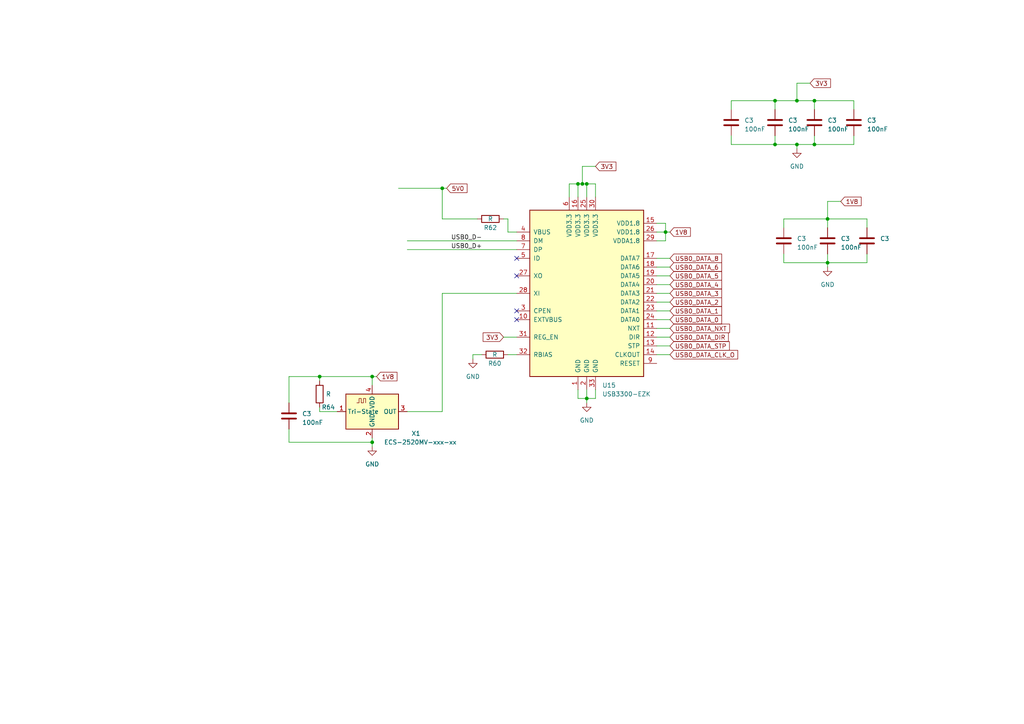
<source format=kicad_sch>
(kicad_sch (version 20230121) (generator eeschema)
  (paper "A4")
  (lib_symbols
    (symbol "Device:C" (pin_numbers hide) (pin_names (offset 0.254))
      (property "Reference" "C" (at 0.635 2.54 0))
      (property "Value" "C" (at 0.635 -2.54 0))
      (symbol "C_0_1"
        (polyline (pts (xy -2.032 -0.762) (xy 2.032 -0.762)) (stroke (width 0.508)))
        (polyline (pts (xy -2.032 0.762) (xy 2.032 0.762)) (stroke (width 0.508)))
      )
      (symbol "C_1_1"
        (pin passive line (at 0 3.81 270) (length 2.794) (name "~") (number "1"))
        (pin passive line (at 0 -3.81 90) (length 2.794) (name "~") (number "2"))
      )
    )
    (symbol "Device:R" (pin_numbers hide) (pin_names (offset 0))
      (property "Reference" "R" (at 2.032 0 90))
      (property "Value" "R" (at 0 0 90))
      (symbol "R_0_1"
        (rectangle (start -1.016 -2.54) (end 1.016 2.54) (stroke (width 0.254)))
      )
      (symbol "R_1_1"
        (pin passive line (at 0 3.81 270) (length 1.27) (name "~") (number "1"))
        (pin passive line (at 0 -3.81 90) (length 1.27) (name "~") (number "2"))
      )
    )
    (symbol "Interface_USB:USB3300-EZK" (pin_names (offset 1.016))
      (property "Reference" "U" (at 0 1.27 0))
      (property "Value" "USB3300-EZK" (at 0 -1.27 0))
      (symbol "USB3300-EZK_0_1"
        (rectangle (start 16.51 -24.13) (end -16.51 24.13) (stroke (width 0.254)) (fill (type background)))
      )
      (symbol "USB3300-EZK_1_1"
        (pin power_in line (at -2.54 -27.94 90) (length 3.81) (name "GND") (number "1"))
        (pin input line (at -20.32 -7.62 0) (length 3.81) (name "EXTVBUS") (number "10"))
        (pin output line (at 20.32 -10.16 180) (length 3.81) (name "NXT") (number "11"))
        (pin output line (at 20.32 -12.7 180) (length 3.81) (name "DIR") (number "12"))
        (pin input line (at 20.32 -15.24 180) (length 3.81) (name "STP") (number "13"))
        (pin output line (at 20.32 -17.78 180) (length 3.81) (name "CLKOUT") (number "14"))
        (pin power_out line (at 20.32 20.32 180) (length 3.81) (name "VDD1.8") (number "15"))
        (pin power_in line (at -2.54 27.94 270) (length 3.81) (name "VDD3.3") (number "16"))
        (pin bidirectional line (at 20.32 10.16 180) (length 3.81) (name "DATA7") (number "17"))
        (pin bidirectional line (at 20.32 7.62 180) (length 3.81) (name "DATA6") (number "18"))
        (pin bidirectional line (at 20.32 5.08 180) (length 3.81) (name "DATA5") (number "19"))
        (pin power_in line (at 0 -27.94 90) (length 3.81) (name "GND") (number "2"))
        (pin bidirectional line (at 20.32 2.54 180) (length 3.81) (name "DATA4") (number "20"))
        (pin bidirectional line (at 20.32 0 180) (length 3.81) (name "DATA3") (number "21"))
        (pin bidirectional line (at 20.32 -2.54 180) (length 3.81) (name "DATA2") (number "22"))
        (pin bidirectional line (at 20.32 -5.08 180) (length 3.81) (name "DATA1") (number "23"))
        (pin bidirectional line (at 20.32 -7.62 180) (length 3.81) (name "DATA0") (number "24"))
        (pin power_in line (at 0 27.94 270) (length 3.81) (name "VDD3.3") (number "25"))
        (pin power_out line (at 20.32 17.78 180) (length 3.81) (name "VDD1.8") (number "26"))
        (pin output line (at -20.32 5.08 0) (length 3.81) (name "XO") (number "27"))
        (pin input line (at -20.32 0 0) (length 3.81) (name "XI") (number "28"))
        (pin power_out line (at 20.32 15.24 180) (length 3.81) (name "VDDA1.8") (number "29"))
        (pin output line (at -20.32 -5.08 0) (length 3.81) (name "CPEN") (number "3"))
        (pin power_in line (at 2.54 27.94 270) (length 3.81) (name "VDD3.3") (number "30"))
        (pin bidirectional line (at -20.32 -12.7 0) (length 3.81) (name "REG_EN") (number "31"))
        (pin passive line (at -20.32 -17.78 0) (length 3.81) (name "RBIAS") (number "32"))
        (pin power_in line (at 2.54 -27.94 90) (length 3.81) (name "GND") (number "33"))
        (pin power_in line (at -20.32 17.78 0) (length 3.81) (name "VBUS") (number "4"))
        (pin input line (at -20.32 10.16 0) (length 3.81) (name "ID") (number "5"))
        (pin power_in line (at -5.08 27.94 270) (length 3.81) (name "VDD3.3") (number "6"))
        (pin bidirectional line (at -20.32 12.7 0) (length 3.81) (name "DP") (number "7"))
        (pin bidirectional line (at -20.32 15.24 0) (length 3.81) (name "DM") (number "8"))
        (pin input line (at 20.32 -20.32 180) (length 3.81) (name "RESET") (number "9"))
      )
    )
    (symbol "Oscillator:ECS-2520MV-xxx-xx"
      (property "Reference" "X" (at -5.08 6.35 0))
      (property "Value" "ECS-2520MV-xxx-xx" (at 1.27 -6.35 0))
      (symbol "ECS-2520MV-xxx-xx_0_1"
        (rectangle (start -7.62 5.08) (end 7.62 -5.08) (stroke (width 0.254)) (fill (type background)))
        (polyline (pts (xy -4.445 2.54) (xy -3.81 2.54) (xy -3.81 3.81) (xy -3.175 3.81) (xy -3.175 2.54) (xy -2.54 2.54) (xy -2.54 3.81) (xy -1.905 3.81) (xy -1.905 2.54)))
      )
      (symbol "ECS-2520MV-xxx-xx_1_1"
        (pin input line (at -10.16 0 0) (length 2.54) (name "Tri-State") (number "1"))
        (pin power_in line (at 0 -7.62 90) (length 2.54) (name "GND") (number "2"))
        (pin output line (at 10.16 0 180) (length 2.54) (name "OUT") (number "3"))
        (pin power_in line (at 0 7.62 270) (length 2.54) (name "VDD") (number "4"))
      )
    )
    (symbol "power:GND" (power) (pin_names (offset 0))
      (property "Value" "GND" (at 0 -3.81 0))
      (symbol "GND_0_1"
        (polyline (pts (xy 0 0) (xy 0 -1.27) (xy 1.27 -1.27) (xy 0 -2.54) (xy -1.27 -1.27) (xy 0 -1.27)))
      )
      (symbol "GND_1_1"
        (pin power_in line (at 0 0 270) (length 0) hide (name "GND") (number "1"))
      )
    )
  )
  (junction (at 231.14 41.91))
  (junction (at 224.79 29.21))
  (junction (at 240.03 76.2))
  (junction (at 168.91 53.34))
  (junction (at 167.64 53.34))
  (junction (at 236.22 41.91))
  (junction (at 107.95 128.27))
  (junction (at 128.27 54.61))
  (junction (at 231.14 29.21))
  (junction (at 170.18 115.57))
  (junction (at 107.95 109.22))
  (junction (at 236.22 29.21))
  (junction (at 92.71 109.22))
  (junction (at 193.04 67.31))
  (junction (at 224.79 41.91))
  (junction (at 170.18 53.34))
  (junction (at 240.03 63.5))
  (no_connect (at 149.86 74.93))
  (no_connect (at 149.86 80.01))
  (no_connect (at 149.86 92.71))
  (no_connect (at 149.86 90.17))
  (wire (pts (xy 240.03 76.2) (xy 240.03 77.47)))
  (wire (pts (xy 165.1 53.34) (xy 167.64 53.34)))
  (wire (pts (xy 236.22 41.91) (xy 247.65 41.91)))
  (wire (pts (xy 212.09 39.37) (xy 212.09 41.91)))
  (wire (pts (xy 167.64 115.57) (xy 170.18 115.57)))
  (wire (pts (xy 193.04 69.85) (xy 193.04 67.31)))
  (wire (pts (xy 231.14 41.91) (xy 231.14 43.18)))
  (wire (pts (xy 194.31 97.79) (xy 190.5 97.79)))
  (wire (pts (xy 168.91 53.34) (xy 168.91 48.26)))
  (wire (pts (xy 168.91 48.26) (xy 172.72 48.26)))
  (wire (pts (xy 240.03 63.5) (xy 251.46 63.5)))
  (wire (pts (xy 128.27 119.38) (xy 128.27 85.09)))
  (wire (pts (xy 240.03 58.42) (xy 243.84 58.42)))
  (wire (pts (xy 240.03 73.66) (xy 240.03 76.2)))
  (wire (pts (xy 167.64 113.03) (xy 167.64 115.57)))
  (wire (pts (xy 190.5 67.31) (xy 193.04 67.31)))
  (wire (pts (xy 236.22 29.21) (xy 247.65 29.21)))
  (wire (pts (xy 236.22 29.21) (xy 236.22 31.75)))
  (wire (pts (xy 137.16 102.87) (xy 139.7 102.87)))
  (wire (pts (xy 227.33 76.2) (xy 240.03 76.2)))
  (wire (pts (xy 251.46 73.66) (xy 251.46 76.2)))
  (wire (pts (xy 107.95 128.27) (xy 107.95 127)))
  (wire (pts (xy 247.65 41.91) (xy 247.65 39.37)))
  (wire (pts (xy 170.18 115.57) (xy 172.72 115.57)))
  (wire (pts (xy 118.11 72.39) (xy 149.86 72.39)))
  (wire (pts (xy 92.71 110.49) (xy 92.71 109.22)))
  (wire (pts (xy 194.31 87.63) (xy 190.5 87.63)))
  (wire (pts (xy 170.18 53.34) (xy 170.18 57.15)))
  (wire (pts (xy 147.32 63.5) (xy 147.32 67.31)))
  (wire (pts (xy 92.71 118.11) (xy 92.71 119.38)))
  (wire (pts (xy 170.18 53.34) (xy 172.72 53.34)))
  (wire (pts (xy 227.33 63.5) (xy 240.03 63.5)))
  (wire (pts (xy 147.32 102.87) (xy 149.86 102.87)))
  (wire (pts (xy 194.31 100.33) (xy 190.5 100.33)))
  (wire (pts (xy 138.43 63.5) (xy 128.27 63.5)))
  (wire (pts (xy 83.82 116.84) (xy 83.82 109.22)))
  (wire (pts (xy 194.31 82.55) (xy 190.5 82.55)))
  (wire (pts (xy 83.82 124.46) (xy 83.82 128.27)))
  (wire (pts (xy 146.05 63.5) (xy 147.32 63.5)))
  (wire (pts (xy 194.31 92.71) (xy 190.5 92.71)))
  (wire (pts (xy 224.79 39.37) (xy 224.79 41.91)))
  (wire (pts (xy 115.57 54.61) (xy 128.27 54.61)))
  (wire (pts (xy 107.95 109.22) (xy 109.22 109.22)))
  (wire (pts (xy 240.03 76.2) (xy 251.46 76.2)))
  (wire (pts (xy 247.65 29.21) (xy 247.65 31.75)))
  (wire (pts (xy 165.1 57.15) (xy 165.1 53.34)))
  (wire (pts (xy 118.11 69.85) (xy 149.86 69.85)))
  (wire (pts (xy 231.14 29.21) (xy 236.22 29.21)))
  (wire (pts (xy 231.14 29.21) (xy 231.14 24.13)))
  (wire (pts (xy 128.27 54.61) (xy 129.54 54.61)))
  (wire (pts (xy 128.27 85.09) (xy 149.86 85.09)))
  (wire (pts (xy 194.31 95.25) (xy 190.5 95.25)))
  (wire (pts (xy 212.09 29.21) (xy 224.79 29.21)))
  (wire (pts (xy 107.95 111.76) (xy 107.95 109.22)))
  (wire (pts (xy 194.31 102.87) (xy 190.5 102.87)))
  (wire (pts (xy 224.79 29.21) (xy 231.14 29.21)))
  (wire (pts (xy 194.31 80.01) (xy 190.5 80.01)))
  (wire (pts (xy 236.22 39.37) (xy 236.22 41.91)))
  (wire (pts (xy 83.82 109.22) (xy 92.71 109.22)))
  (wire (pts (xy 240.03 63.5) (xy 240.03 66.04)))
  (wire (pts (xy 227.33 73.66) (xy 227.33 76.2)))
  (wire (pts (xy 167.64 53.34) (xy 167.64 57.15)))
  (wire (pts (xy 193.04 67.31) (xy 194.31 67.31)))
  (wire (pts (xy 240.03 63.5) (xy 240.03 58.42)))
  (wire (pts (xy 251.46 63.5) (xy 251.46 66.04)))
  (wire (pts (xy 170.18 115.57) (xy 170.18 116.84)))
  (wire (pts (xy 227.33 66.04) (xy 227.33 63.5)))
  (wire (pts (xy 212.09 41.91) (xy 224.79 41.91)))
  (wire (pts (xy 92.71 109.22) (xy 107.95 109.22)))
  (wire (pts (xy 118.11 119.38) (xy 128.27 119.38)))
  (wire (pts (xy 194.31 90.17) (xy 190.5 90.17)))
  (wire (pts (xy 92.71 119.38) (xy 97.79 119.38)))
  (wire (pts (xy 193.04 67.31) (xy 193.04 64.77)))
  (wire (pts (xy 167.64 53.34) (xy 168.91 53.34)))
  (wire (pts (xy 231.14 41.91) (xy 236.22 41.91)))
  (wire (pts (xy 231.14 24.13) (xy 234.95 24.13)))
  (wire (pts (xy 172.72 115.57) (xy 172.72 113.03)))
  (wire (pts (xy 137.16 104.14) (xy 137.16 102.87)))
  (wire (pts (xy 224.79 29.21) (xy 224.79 31.75)))
  (wire (pts (xy 128.27 63.5) (xy 128.27 54.61)))
  (wire (pts (xy 194.31 77.47) (xy 190.5 77.47)))
  (wire (pts (xy 212.09 31.75) (xy 212.09 29.21)))
  (wire (pts (xy 194.31 74.93) (xy 190.5 74.93)))
  (wire (pts (xy 190.5 69.85) (xy 193.04 69.85)))
  (wire (pts (xy 193.04 64.77) (xy 190.5 64.77)))
  (wire (pts (xy 224.79 41.91) (xy 231.14 41.91)))
  (wire (pts (xy 168.91 53.34) (xy 170.18 53.34)))
  (wire (pts (xy 170.18 113.03) (xy 170.18 115.57)))
  (wire (pts (xy 83.82 128.27) (xy 107.95 128.27)))
  (wire (pts (xy 194.31 85.09) (xy 190.5 85.09)))
  (wire (pts (xy 147.32 67.31) (xy 149.86 67.31)))
  (wire (pts (xy 107.95 128.27) (xy 107.95 129.54)))
  (wire (pts (xy 172.72 53.34) (xy 172.72 57.15)))
  (wire (pts (xy 146.05 97.79) (xy 149.86 97.79)))
  (label "USB0_D-" (at 130.81 69.85 0))
  (label "USB0_D+" (at 130.81 72.39 0))
  (global_label "USB0_DATA_STP" (shape input) (at 194.31 100.33 0) (property "Intersheetrefs" "${INTERSHEET_REFS}" (effects hide)))
  (global_label "USB0_DATA_5" (shape input) (at 194.31 80.01 0) (property "Intersheetrefs" "${INTERSHEET_REFS}" (effects hide)))
  (global_label "USB0_DATA_1" (shape input) (at 194.31 90.17 0) (property "Intersheetrefs" "${INTERSHEET_REFS}" (effects hide)))
  (global_label "USB0_DATA_2" (shape input) (at 194.31 87.63 0) (property "Intersheetrefs" "${INTERSHEET_REFS}" (effects hide)))
  (global_label "1V8" (shape input) (at 243.84 58.42 0) (property "Intersheetrefs" "${INTERSHEET_REFS}" (effects hide)))
  (global_label "3V3" (shape input) (at 146.05 97.79 180) (property "Intersheetrefs" "${INTERSHEET_REFS}" (effects hide)))
  (global_label "5V0" (shape input) (at 129.54 54.61 0) (property "Intersheetrefs" "${INTERSHEET_REFS}" (effects hide)))
  (global_label "USB0_DATA_NXT" (shape input) (at 194.31 95.25 0) (property "Intersheetrefs" "${INTERSHEET_REFS}" (effects hide)))
  (global_label "USB0_DATA_8" (shape input) (at 194.31 74.93 0) (property "Intersheetrefs" "${INTERSHEET_REFS}" (effects hide)))
  (global_label "USB0_DATA_4" (shape input) (at 194.31 82.55 0) (property "Intersheetrefs" "${INTERSHEET_REFS}" (effects hide)))
  (global_label "3V3" (shape input) (at 234.95 24.13 0) (property "Intersheetrefs" "${INTERSHEET_REFS}" (effects hide)))
  (global_label "USB0_DATA_CLK_O" (shape input) (at 194.31 102.87 0) (property "Intersheetrefs" "${INTERSHEET_REFS}" (effects hide)))
  (global_label "1V8" (shape input) (at 109.22 109.22 0) (property "Intersheetrefs" "${INTERSHEET_REFS}" (effects hide)))
  (global_label "USB0_DATA_6" (shape input) (at 194.31 77.47 0) (property "Intersheetrefs" "${INTERSHEET_REFS}" (effects hide)))
  (global_label "USB0_DATA_3" (shape input) (at 194.31 85.09 0) (property "Intersheetrefs" "${INTERSHEET_REFS}" (effects hide)))
  (global_label "USB0_DATA_0" (shape input) (at 194.31 92.71 0) (property "Intersheetrefs" "${INTERSHEET_REFS}" (effects hide)))
  (global_label "USB0_DATA_DIR" (shape input) (at 194.31 97.79 0) (property "Intersheetrefs" "${INTERSHEET_REFS}" (effects hide)))
  (global_label "3V3" (shape input) (at 172.72 48.26 0) (property "Intersheetrefs" "${INTERSHEET_REFS}" (effects hide)))
  (global_label "1V8" (shape input) (at 194.31 67.31 0) (property "Intersheetrefs" "${INTERSHEET_REFS}" (effects hide)))
  (symbol (lib_id "power:GND") (at 170.18 116.84 0) (unit 1)
    (property "Reference" "#PWR069" (effects hide))
    (property "Value" "GND" (at 170.18 121.92 0))
    (instances (project "space-berry" (path "" (reference "#PWR069") (unit 1)) (path "" (reference "#PWR070") (unit 1))))
  )
  (symbol (lib_id "Device:R") (at 92.71 114.3 180) (unit 1)
    (property "Reference" "R64" (at 95.25 118.11 0))
    (property "Value" "R" (at 95.25 114.3 0))
    (property "Footprint" "Resistor_SMD:R_0402_1005Metric_Pad0.72x0.64mm_HandSolder" (effects hide))
    (instances (project "space-berry" (path "" (reference "R64") (unit 1)) (path "" (reference "R65") (unit 1))))
  )
  (symbol (lib_id "Device:C") (at 83.82 120.65 0) (unit 1)
    (property "Reference" "C3" (at 87.63 120.015 0) (effects (justify left)))
    (property "Value" "100nF" (at 87.63 122.555 0) (effects (justify left)))
    (property "Footprint" "Capacitor_SMD:C_0402_1005Metric_Pad0.74x0.62mm_HandSolder" (effects hide))
    (instances (project "space-berry" (path "" (reference "C3") (unit 1)) (path "" (reference "C5") (unit 1)) (path "" (reference "C8") (unit 1)) (path "" (reference "C11") (unit 1)) (path "" (reference "C14") (unit 1)) (path "" (reference "C17") (unit 1)) (path "" (reference "C50") (unit 1)) (path "" (reference "C54") (unit 1))))
  )
  (symbol (lib_id "Oscillator:ECS-2520MV-xxx-xx") (at 107.95 119.38 0) (unit 1)
    (property "Reference" "X1" (at 120.65 125.73 0))
    (property "Value" "ECS-2520MV-xxx-xx" (at 121.92 128.27 0))
    (property "Footprint" "Oscillator:Oscillator_SMD_ECS_2520MV-xxx-xx-4Pin_2.5x2.0mm" (effects hide))
    (property "Datasheet" "https://www.ecsxtal.com/store/pdf/ECS-2520MV.pdf" (effects hide))
    (instances (project "space-berry" (path "" (reference "X1") (unit 1)) (path "" (reference "X2") (unit 1))))
  )
  (symbol (lib_id "Device:C") (at 224.79 35.56 0) (unit 1)
    (property "Reference" "C3" (at 228.6 34.925 0) (effects (justify left)))
    (property "Value" "100nF" (at 228.6 37.465 0) (effects (justify left)))
    (property "Footprint" "Capacitor_SMD:C_0402_1005Metric_Pad0.74x0.62mm_HandSolder" (effects hide))
    (instances (project "space-berry" (path "" (reference "C3") (unit 1)) (path "" (reference "C5") (unit 1)) (path "" (reference "C8") (unit 1)) (path "" (reference "C11") (unit 1)) (path "" (reference "C14") (unit 1)) (path "" (reference "C17") (unit 1)) (path "" (reference "C41") (unit 1)) (path "" (reference "C42") (unit 1))))
  )
  (symbol (lib_id "power:GND") (at 137.16 104.14 0) (unit 1)
    (property "Reference" "#PWR073" (effects hide))
    (property "Value" "GND" (at 137.16 109.22 0))
    (instances (project "space-berry" (path "" (reference "#PWR073") (unit 1)) (path "" (reference "#PWR074") (unit 1))))
  )
  (symbol (lib_id "power:GND") (at 231.14 43.18 0) (unit 1)
    (property "Reference" "#PWR071" (effects hide))
    (property "Value" "GND" (at 231.14 48.26 0))
    (instances (project "space-berry" (path "" (reference "#PWR071") (unit 1)) (path "" (reference "#PWR072") (unit 1))))
  )
  (symbol (lib_id "Device:C") (at 251.46 69.85 0) (unit 1)
    (property "Reference" "C3" (at 255.27 69.215 0) (effects (justify left)))
    (property "Value" "100nF" (effects hide))
    (property "Footprint" "Capacitor_SMD:C_0402_1005Metric_Pad0.74x0.62mm_HandSolder" (effects hide))
    (instances (project "space-berry" (path "" (reference "C3") (unit 1)) (path "" (reference "C5") (unit 1)) (path "" (reference "C8") (unit 1)) (path "" (reference "C11") (unit 1)) (path "" (reference "C14") (unit 1)) (path "" (reference "C17") (unit 1)) (path "" (reference "C49") (unit 1)) (path "" (reference "C53") (unit 1))))
  )
  (symbol (lib_id "Device:R") (at 143.51 102.87 90) (unit 1)
    (property "Reference" "R60" (at 143.51 105.41 90))
    (property "Value" "R" (at 143.51 102.87 90))
    (property "Footprint" "Resistor_SMD:R_0402_1005Metric_Pad0.72x0.64mm_HandSolder" (effects hide))
    (instances (project "space-berry" (path "" (reference "R60") (unit 1)) (path "" (reference "R61") (unit 1))))
  )
  (symbol (lib_id "Interface_USB:USB3300-EZK") (at 170.18 85.09 0) (unit 1)
    (property "Reference" "U15" (at 174.6759 111.76 0) (effects (justify left)))
    (property "Value" "USB3300-EZK" (at 174.6759 114.3 0) (effects (justify left)))
    (property "Footprint" "Package_DFN_QFN:QFN-32-1EP_5x5mm_P0.5mm_EP3.45x3.45mm" (effects hide))
    (property "Datasheet" "http://ww1.microchip.com/downloads/en/DeviceDoc/00001783C.pdf" (effects hide))
    (instances (project "space-berry" (path "" (reference "U15") (unit 1)) (path "" (reference "U16") (unit 1))))
  )
  (symbol (lib_id "power:GND") (at 107.95 129.54 0) (unit 1)
    (property "Reference" "#PWR077" (effects hide))
    (property "Value" "GND" (at 107.95 134.62 0))
    (instances (project "space-berry" (path "" (reference "#PWR077") (unit 1)) (path "" (reference "#PWR078") (unit 1))))
  )
  (symbol (lib_id "Device:C") (at 247.65 35.56 0) (unit 1)
    (property "Reference" "C3" (at 251.46 34.925 0) (effects (justify left)))
    (property "Value" "100nF" (at 251.46 37.465 0) (effects (justify left)))
    (property "Footprint" "Capacitor_SMD:C_0402_1005Metric_Pad0.74x0.62mm_HandSolder" (effects hide))
    (instances (project "space-berry" (path "" (reference "C3") (unit 1)) (path "" (reference "C5") (unit 1)) (path "" (reference "C8") (unit 1)) (path "" (reference "C11") (unit 1)) (path "" (reference "C14") (unit 1)) (path "" (reference "C17") (unit 1)) (path "" (reference "C45") (unit 1)) (path "" (reference "C46") (unit 1))))
  )
  (symbol (lib_id "Device:C") (at 227.33 69.85 0) (unit 1)
    (property "Reference" "C3" (at 231.14 69.215 0) (effects (justify left)))
    (property "Value" "100nF" (at 231.14 71.755 0) (effects (justify left)))
    (property "Footprint" "Capacitor_SMD:C_0402_1005Metric_Pad0.74x0.62mm_HandSolder" (effects hide))
    (instances (project "space-berry" (path "" (reference "C3") (unit 1)) (path "" (reference "C5") (unit 1)) (path "" (reference "C8") (unit 1)) (path "" (reference "C11") (unit 1)) (path "" (reference "C14") (unit 1)) (path "" (reference "C17") (unit 1)) (path "" (reference "C47") (unit 1)) (path "" (reference "C51") (unit 1))))
  )
  (symbol (lib_id "Device:R") (at 142.24 63.5 90) (unit 1)
    (property "Reference" "R62" (at 142.24 66.04 90))
    (property "Value" "R" (at 142.24 63.5 90))
    (property "Footprint" "Resistor_SMD:R_0402_1005Metric_Pad0.72x0.64mm_HandSolder" (effects hide))
    (instances (project "space-berry" (path "" (reference "R62") (unit 1)) (path "" (reference "R63") (unit 1))))
  )
  (symbol (lib_id "power:GND") (at 240.03 77.47 0) (unit 1)
    (property "Reference" "#PWR075" (effects hide))
    (property "Value" "GND" (at 240.03 82.55 0))
    (instances (project "space-berry" (path "" (reference "#PWR075") (unit 1)) (path "" (reference "#PWR076") (unit 1))))
  )
  (symbol (lib_id "Device:C") (at 240.03 69.85 0) (unit 1)
    (property "Reference" "C3" (at 243.84 69.215 0) (effects (justify left)))
    (property "Value" "100nF" (at 243.84 71.755 0) (effects (justify left)))
    (property "Footprint" "Capacitor_SMD:C_0402_1005Metric_Pad0.74x0.62mm_HandSolder" (effects hide))
    (instances (project "space-berry" (path "" (reference "C3") (unit 1)) (path "" (reference "C5") (unit 1)) (path "" (reference "C8") (unit 1)) (path "" (reference "C11") (unit 1)) (path "" (reference "C14") (unit 1)) (path "" (reference "C17") (unit 1)) (path "" (reference "C48") (unit 1)) (path "" (reference "C52") (unit 1))))
  )
  (symbol (lib_id "Device:C") (at 236.22 35.56 0) (unit 1)
    (property "Reference" "C3" (at 240.03 34.925 0) (effects (justify left)))
    (property "Value" "100nF" (at 240.03 37.465 0) (effects (justify left)))
    (property "Footprint" "Capacitor_SMD:C_0402_1005Metric_Pad0.74x0.62mm_HandSolder" (effects hide))
    (instances (project "space-berry" (path "" (reference "C3") (unit 1)) (path "" (reference "C5") (unit 1)) (path "" (reference "C8") (unit 1)) (path "" (reference "C11") (unit 1)) (path "" (reference "C14") (unit 1)) (path "" (reference "C17") (unit 1)) (path "" (reference "C43") (unit 1)) (path "" (reference "C44") (unit 1))))
  )
  (symbol (lib_id "Device:C") (at 212.09 35.56 0) (unit 1)
    (property "Reference" "C3" (at 215.9 34.925 0) (effects (justify left)))
    (property "Value" "100nF" (at 215.9 37.465 0) (effects (justify left)))
    (property "Footprint" "Capacitor_SMD:C_0402_1005Metric_Pad0.74x0.62mm_HandSolder" (effects hide))
    (instances (project "space-berry" (path "" (reference "C3") (unit 1)) (path "" (reference "C5") (unit 1)) (path "" (reference "C8") (unit 1)) (path "" (reference "C11") (unit 1)) (path "" (reference "C14") (unit 1)) (path "" (reference "C17") (unit 1)) (path "" (reference "C39") (unit 1)) (path "" (reference "C40") (unit 1))))
  )
)
</source>
